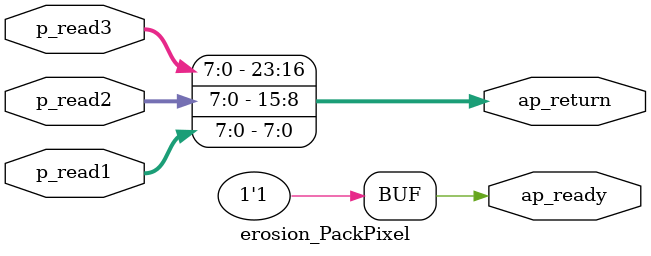
<source format=v>

`timescale 1 ns / 1 ps 

module erosion_PackPixel (
        ap_ready,
        p_read1,
        p_read2,
        p_read3,
        ap_return
);


output   ap_ready;
input  [7:0] p_read1;
input  [7:0] p_read2;
input  [7:0] p_read3;
output  [23:0] ap_return;

assign ap_ready = 1'b1;

assign ap_return = {{{p_read3}, {p_read2}}, {p_read1}};

endmodule //erosion_PackPixel

</source>
